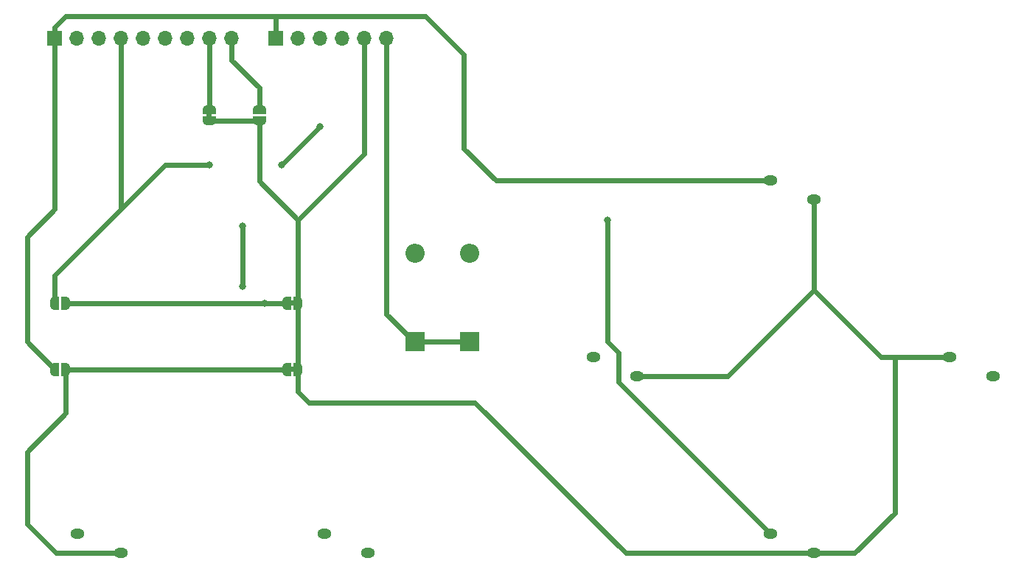
<source format=gbr>
%TF.GenerationSoftware,KiCad,Pcbnew,7.0.10*%
%TF.CreationDate,2024-02-09T22:35:13+09:00*%
%TF.ProjectId,game_pad,67616d65-5f70-4616-942e-6b696361645f,1*%
%TF.SameCoordinates,Original*%
%TF.FileFunction,Copper,L2,Bot*%
%TF.FilePolarity,Positive*%
%FSLAX46Y46*%
G04 Gerber Fmt 4.6, Leading zero omitted, Abs format (unit mm)*
G04 Created by KiCad (PCBNEW 7.0.10) date 2024-02-09 22:35:13*
%MOMM*%
%LPD*%
G01*
G04 APERTURE LIST*
G04 Aperture macros list*
%AMFreePoly0*
4,1,19,0.500000,-0.750000,0.000000,-0.750000,0.000000,-0.744911,-0.071157,-0.744911,-0.207708,-0.704816,-0.327430,-0.627875,-0.420627,-0.520320,-0.479746,-0.390866,-0.500000,-0.250000,-0.500000,0.250000,-0.479746,0.390866,-0.420627,0.520320,-0.327430,0.627875,-0.207708,0.704816,-0.071157,0.744911,0.000000,0.744911,0.000000,0.750000,0.500000,0.750000,0.500000,-0.750000,0.500000,-0.750000,
$1*%
%AMFreePoly1*
4,1,19,0.000000,0.744911,0.071157,0.744911,0.207708,0.704816,0.327430,0.627875,0.420627,0.520320,0.479746,0.390866,0.500000,0.250000,0.500000,-0.250000,0.479746,-0.390866,0.420627,-0.520320,0.327430,-0.627875,0.207708,-0.704816,0.071157,-0.744911,0.000000,-0.744911,0.000000,-0.750000,-0.500000,-0.750000,-0.500000,0.750000,0.000000,0.750000,0.000000,0.744911,0.000000,0.744911,
$1*%
G04 Aperture macros list end*
%TA.AperFunction,ComponentPad*%
%ADD10O,1.600000X1.200000*%
%TD*%
%TA.AperFunction,ComponentPad*%
%ADD11R,1.700000X1.700000*%
%TD*%
%TA.AperFunction,ComponentPad*%
%ADD12O,1.700000X1.700000*%
%TD*%
%TA.AperFunction,ComponentPad*%
%ADD13R,2.200000X2.200000*%
%TD*%
%TA.AperFunction,ComponentPad*%
%ADD14O,2.200000X2.200000*%
%TD*%
%TA.AperFunction,SMDPad,CuDef*%
%ADD15FreePoly0,270.000000*%
%TD*%
%TA.AperFunction,SMDPad,CuDef*%
%ADD16FreePoly1,270.000000*%
%TD*%
%TA.AperFunction,SMDPad,CuDef*%
%ADD17FreePoly0,180.000000*%
%TD*%
%TA.AperFunction,SMDPad,CuDef*%
%ADD18FreePoly1,180.000000*%
%TD*%
%TA.AperFunction,ViaPad*%
%ADD19C,0.800000*%
%TD*%
%TA.AperFunction,Conductor*%
%ADD20C,0.600000*%
%TD*%
%TA.AperFunction,Conductor*%
%ADD21C,0.250000*%
%TD*%
G04 APERTURE END LIST*
%TA.AperFunction,EtchedComponent*%
%TO.C,JP6*%
G36*
X86645000Y-82800000D02*
G01*
X86045000Y-82800000D01*
X86045000Y-82300000D01*
X86645000Y-82300000D01*
X86645000Y-82800000D01*
G37*
%TD.AperFunction*%
%TA.AperFunction,EtchedComponent*%
%TO.C,JP1*%
G36*
X96150000Y-104440000D02*
G01*
X95650000Y-104440000D01*
X95650000Y-103840000D01*
X96150000Y-103840000D01*
X96150000Y-104440000D01*
G37*
%TD.AperFunction*%
%TA.AperFunction,EtchedComponent*%
%TO.C,JP2*%
G36*
X96150000Y-112060000D02*
G01*
X95650000Y-112060000D01*
X95650000Y-111460000D01*
X96150000Y-111460000D01*
X96150000Y-112060000D01*
G37*
%TD.AperFunction*%
%TD*%
D10*
%TO.P,SW6,1,1*%
%TO.N,Net-(J1-Pin_2)*%
X150790000Y-130700000D03*
%TO.P,SW6,2,2*%
%TO.N,Net-(J2-Pin_5)*%
X155790000Y-132900000D03*
%TD*%
D11*
%TO.P,J2,1,Pin_1*%
%TO.N,/UP*%
X93980000Y-73660000D03*
D12*
%TO.P,J2,2,Pin_2*%
%TO.N,Net-(J1-Pin_3)*%
X96520000Y-73660000D03*
%TO.P,J2,3,Pin_3*%
%TO.N,/RIGHT*%
X99060000Y-73660000D03*
%TO.P,J2,4,Pin_4*%
%TO.N,Net-(J1-Pin_2)*%
X101600000Y-73660000D03*
%TO.P,J2,5,Pin_5*%
%TO.N,Net-(J2-Pin_5)*%
X104140000Y-73660000D03*
%TO.P,J2,6,Pin_6*%
%TO.N,Net-(D1-K)*%
X106680000Y-73660000D03*
%TD*%
D10*
%TO.P,SW5,1,1*%
%TO.N,Net-(J2-Pin_5)*%
X171315000Y-110380000D03*
%TO.P,SW5,2,2*%
%TO.N,/RIGHT*%
X176315000Y-112580000D03*
%TD*%
D13*
%TO.P,D1,1,K*%
%TO.N,Net-(D1-K)*%
X109982000Y-108585000D03*
D14*
%TO.P,D1,2,A*%
%TO.N,/A_BUTTON*%
X109982000Y-98425000D03*
%TD*%
D10*
%TO.P,SW1,1,1*%
%TO.N,/B_BUTTON*%
X71200000Y-130700000D03*
%TO.P,SW1,2,2*%
%TO.N,Net-(JP2-B)*%
X76200000Y-132900000D03*
%TD*%
D13*
%TO.P,D2,1,K*%
%TO.N,Net-(D1-K)*%
X116205000Y-108585000D03*
D14*
%TO.P,D2,2,A*%
%TO.N,/B_BUTTON*%
X116205000Y-98425000D03*
%TD*%
D10*
%TO.P,SW4,1,1*%
%TO.N,Net-(J1-Pin_3)*%
X130470000Y-110380000D03*
%TO.P,SW4,2,2*%
%TO.N,Net-(J2-Pin_5)*%
X135470000Y-112580000D03*
%TD*%
%TO.P,SW3,1,1*%
%TO.N,/UP*%
X150780000Y-90060000D03*
%TO.P,SW3,2,2*%
%TO.N,Net-(J2-Pin_5)*%
X155780000Y-92260000D03*
%TD*%
D11*
%TO.P,J1,1,Pin_1*%
%TO.N,/UP*%
X68580000Y-73660000D03*
D12*
%TO.P,J1,2,Pin_2*%
%TO.N,Net-(J1-Pin_2)*%
X71120000Y-73660000D03*
%TO.P,J1,3,Pin_3*%
%TO.N,Net-(J1-Pin_3)*%
X73660000Y-73660000D03*
%TO.P,J1,4,Pin_4*%
%TO.N,/RIGHT*%
X76200000Y-73660000D03*
%TO.P,J1,5,Pin_5*%
%TO.N,unconnected-(J1-Pin_5-Pad5)*%
X78740000Y-73660000D03*
%TO.P,J1,6,Pin_6*%
%TO.N,/A_BUTTON*%
X81280000Y-73660000D03*
%TO.P,J1,7,Pin_7*%
%TO.N,/B_BUTTON*%
X83820000Y-73660000D03*
%TO.P,J1,8,Pin_8*%
%TO.N,Net-(J1-Pin_8)*%
X86360000Y-73660000D03*
%TO.P,J1,9,Pin_9*%
%TO.N,Net-(J1-Pin_9)*%
X88900000Y-73660000D03*
%TD*%
D10*
%TO.P,SW2,1,1*%
%TO.N,/A_BUTTON*%
X99560000Y-130700000D03*
%TO.P,SW2,2,2*%
%TO.N,Net-(JP1-B)*%
X104560000Y-132900000D03*
%TD*%
D15*
%TO.P,JP6,1,A*%
%TO.N,Net-(J1-Pin_8)*%
X86345000Y-81900000D03*
D16*
%TO.P,JP6,2,B*%
%TO.N,Net-(J2-Pin_5)*%
X86345000Y-83200000D03*
%TD*%
D17*
%TO.P,JP3,1,A*%
%TO.N,Net-(JP1-B)*%
X69880000Y-104140000D03*
D18*
%TO.P,JP3,2,B*%
%TO.N,/RIGHT*%
X68580000Y-104140000D03*
%TD*%
D17*
%TO.P,JP1,1,A*%
%TO.N,Net-(J2-Pin_5)*%
X96550000Y-104140000D03*
D18*
%TO.P,JP1,2,B*%
%TO.N,Net-(JP1-B)*%
X95250000Y-104140000D03*
%TD*%
D15*
%TO.P,JP5,1,A*%
%TO.N,Net-(J1-Pin_9)*%
X92075000Y-81885000D03*
D16*
%TO.P,JP5,2,B*%
%TO.N,Net-(J2-Pin_5)*%
X92075000Y-83185000D03*
%TD*%
D17*
%TO.P,JP2,1,A*%
%TO.N,Net-(J2-Pin_5)*%
X96550000Y-111760000D03*
D18*
%TO.P,JP2,2,B*%
%TO.N,Net-(JP2-B)*%
X95250000Y-111760000D03*
%TD*%
D17*
%TO.P,JP4,1,A*%
%TO.N,Net-(JP2-B)*%
X69880000Y-111760000D03*
D18*
%TO.P,JP4,2,B*%
%TO.N,/UP*%
X68580000Y-111760000D03*
%TD*%
D19*
%TO.N,/B_BUTTON*%
X90170000Y-95250000D03*
X90170000Y-102235000D03*
%TO.N,Net-(J1-Pin_2)*%
X132080000Y-94615000D03*
%TO.N,/RIGHT*%
X86360000Y-88265000D03*
X94615000Y-88265000D03*
X99060000Y-83820000D03*
%TO.N,Net-(JP1-B)*%
X92710000Y-104140000D03*
%TD*%
D20*
%TO.N,Net-(D1-K)*%
X106680000Y-105410000D02*
X109855000Y-108585000D01*
X109855000Y-108585000D02*
X115900000Y-108585000D01*
X106680000Y-73660000D02*
X106680000Y-105410000D01*
%TO.N,/B_BUTTON*%
X90170000Y-95250000D02*
X90170000Y-102235000D01*
%TO.N,/UP*%
X65405000Y-108585000D02*
X65405000Y-96520000D01*
X93980000Y-73660000D02*
X93980000Y-71120000D01*
X69850000Y-71120000D02*
X68580000Y-72390000D01*
X68580000Y-93345000D02*
X68580000Y-73660000D01*
X65405000Y-96520000D02*
X68580000Y-93345000D01*
X68580000Y-111760000D02*
X65405000Y-108585000D01*
X111125000Y-71120000D02*
X115570000Y-75565000D01*
X119270000Y-90060000D02*
X150780000Y-90060000D01*
X93980000Y-71120000D02*
X111125000Y-71120000D01*
X115570000Y-75565000D02*
X115570000Y-86360000D01*
X68580000Y-72390000D02*
X68580000Y-73660000D01*
X93980000Y-71120000D02*
X69850000Y-71120000D01*
X115570000Y-86360000D02*
X119270000Y-90060000D01*
%TO.N,Net-(J1-Pin_2)*%
X133350000Y-113260000D02*
X150790000Y-130700000D01*
X132080000Y-94615000D02*
X132080000Y-108585000D01*
X133350000Y-109855000D02*
X133350000Y-113260000D01*
X132080000Y-108585000D02*
X133350000Y-109855000D01*
%TO.N,/RIGHT*%
X68580000Y-100965000D02*
X76200000Y-93345000D01*
X81280000Y-88265000D02*
X76200000Y-93345000D01*
X99060000Y-83820000D02*
X94615000Y-88265000D01*
X76200000Y-93345000D02*
X76200000Y-73660000D01*
X68580000Y-104140000D02*
X68580000Y-100965000D01*
X86360000Y-88265000D02*
X81280000Y-88265000D01*
%TO.N,Net-(J1-Pin_8)*%
X86360000Y-73660000D02*
X86360000Y-81885000D01*
D21*
X86360000Y-81885000D02*
X86345000Y-81900000D01*
D20*
%TO.N,Net-(JP1-B)*%
X92710000Y-104140000D02*
X69880000Y-104140000D01*
X95250000Y-104140000D02*
X92710000Y-104140000D01*
%TO.N,Net-(JP2-B)*%
X69880000Y-111760000D02*
X69880000Y-116810000D01*
X68765000Y-132900000D02*
X76200000Y-132900000D01*
X69880000Y-116810000D02*
X65405000Y-121285000D01*
X65405000Y-129540000D02*
X68765000Y-132900000D01*
X65405000Y-121285000D02*
X65405000Y-129540000D01*
X95250000Y-111760000D02*
X69880000Y-111760000D01*
%TO.N,Net-(J1-Pin_9)*%
X92075000Y-79375000D02*
X92075000Y-81885000D01*
X88900000Y-73660000D02*
X88900000Y-76200000D01*
X88900000Y-76200000D02*
X92075000Y-79375000D01*
%TO.N,Net-(J2-Pin_5)*%
X96520000Y-111790000D02*
X96550000Y-111760000D01*
X134170000Y-132900000D02*
X116840000Y-115570000D01*
X155780000Y-92260000D02*
X155780000Y-102665000D01*
X145865000Y-112580000D02*
X135470000Y-112580000D01*
X86345000Y-83200000D02*
X92060000Y-83200000D01*
X96550000Y-111760000D02*
X96550000Y-104140000D01*
X165100000Y-128270000D02*
X160470000Y-132900000D01*
X155780000Y-102665000D02*
X145865000Y-112580000D01*
D21*
X92060000Y-83200000D02*
X92075000Y-83185000D01*
D20*
X92075000Y-90110000D02*
X96550000Y-94585000D01*
X165100000Y-110380000D02*
X165100000Y-128270000D01*
X96550000Y-94585000D02*
X104140000Y-86995000D01*
X165100000Y-110380000D02*
X171315000Y-110380000D01*
X92075000Y-83185000D02*
X92075000Y-90110000D01*
X116840000Y-115570000D02*
X97790000Y-115570000D01*
X96520000Y-114300000D02*
X97790000Y-115570000D01*
X160470000Y-132900000D02*
X155790000Y-132900000D01*
X96550000Y-104140000D02*
X96550000Y-94585000D01*
X155790000Y-132900000D02*
X134170000Y-132900000D01*
X163495000Y-110380000D02*
X165100000Y-110380000D01*
X155780000Y-102665000D02*
X163495000Y-110380000D01*
X96520000Y-114300000D02*
X96520000Y-111790000D01*
X104140000Y-86995000D02*
X104140000Y-73660000D01*
%TD*%
M02*

</source>
